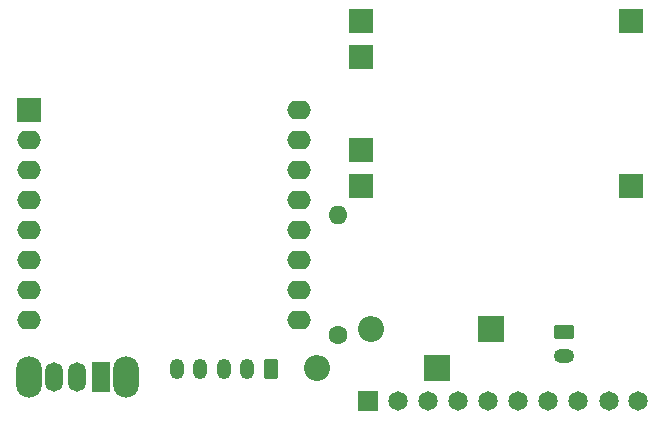
<source format=gts>
%TF.GenerationSoftware,KiCad,Pcbnew,(6.0.2)*%
%TF.CreationDate,2022-02-27T07:15:14-05:00*%
%TF.ProjectId,breakout_slime,62726561-6b6f-4757-945f-736c696d652e,0.1*%
%TF.SameCoordinates,Original*%
%TF.FileFunction,Soldermask,Top*%
%TF.FilePolarity,Negative*%
%FSLAX46Y46*%
G04 Gerber Fmt 4.6, Leading zero omitted, Abs format (unit mm)*
G04 Created by KiCad (PCBNEW (6.0.2)) date 2022-02-27 07:15:14*
%MOMM*%
%LPD*%
G01*
G04 APERTURE LIST*
G04 Aperture macros list*
%AMRoundRect*
0 Rectangle with rounded corners*
0 $1 Rounding radius*
0 $2 $3 $4 $5 $6 $7 $8 $9 X,Y pos of 4 corners*
0 Add a 4 corners polygon primitive as box body*
4,1,4,$2,$3,$4,$5,$6,$7,$8,$9,$2,$3,0*
0 Add four circle primitives for the rounded corners*
1,1,$1+$1,$2,$3*
1,1,$1+$1,$4,$5*
1,1,$1+$1,$6,$7*
1,1,$1+$1,$8,$9*
0 Add four rect primitives between the rounded corners*
20,1,$1+$1,$2,$3,$4,$5,0*
20,1,$1+$1,$4,$5,$6,$7,0*
20,1,$1+$1,$6,$7,$8,$9,0*
20,1,$1+$1,$8,$9,$2,$3,0*%
G04 Aperture macros list end*
%ADD10C,1.600000*%
%ADD11O,1.600000X1.600000*%
%ADD12C,1.651000*%
%ADD13R,1.651000X1.651000*%
%ADD14R,2.000000X2.000000*%
%ADD15O,2.000000X1.600000*%
%ADD16R,2.200000X2.200000*%
%ADD17O,2.200000X2.200000*%
%ADD18RoundRect,0.250000X0.350000X0.625000X-0.350000X0.625000X-0.350000X-0.625000X0.350000X-0.625000X0*%
%ADD19O,1.200000X1.750000*%
%ADD20O,2.200000X3.500000*%
%ADD21R,1.500000X2.500000*%
%ADD22O,1.500000X2.500000*%
%ADD23RoundRect,0.250000X-0.625000X0.350000X-0.625000X-0.350000X0.625000X-0.350000X0.625000X0.350000X0*%
%ADD24O,1.750000X1.200000*%
G04 APERTURE END LIST*
D10*
%TO.C,R1*%
X76816520Y-57258520D03*
D11*
X76816520Y-47098520D03*
%TD*%
D12*
%TO.C,U3*%
X89506048Y-62860980D03*
X102206048Y-62860980D03*
X92046048Y-62860980D03*
X99793048Y-62860980D03*
D13*
X79346048Y-62860980D03*
D12*
X81886048Y-62860980D03*
X84426048Y-62860980D03*
X86966048Y-62860980D03*
X94586048Y-62860980D03*
X97126048Y-62860980D03*
%TD*%
D14*
%TO.C,U2*%
X50631520Y-38208520D03*
D15*
X50631520Y-40748520D03*
X50631520Y-43288520D03*
X50631520Y-45828520D03*
X50631520Y-48368520D03*
X50631520Y-50908520D03*
X50631520Y-53448520D03*
X50631520Y-55988520D03*
X73491520Y-55988520D03*
X73491520Y-53448520D03*
X73491520Y-50908520D03*
X73491520Y-48368520D03*
X73491520Y-45828520D03*
X73491520Y-43288520D03*
X73491520Y-40748520D03*
X73491520Y-38208520D03*
%TD*%
D14*
%TO.C,U1*%
X101641026Y-44670590D03*
X101641026Y-30700590D03*
X78781026Y-30700590D03*
X78781026Y-33748590D03*
X78781026Y-41622590D03*
X78781026Y-44670590D03*
%TD*%
D16*
%TO.C,D2*%
X89770520Y-56750520D03*
D17*
X79610520Y-56750520D03*
%TD*%
D18*
%TO.C,J1*%
X71164520Y-60142520D03*
D19*
X69164520Y-60142520D03*
X67164520Y-60142520D03*
X65164520Y-60142520D03*
X63164520Y-60142520D03*
%TD*%
D16*
%TO.C,D1*%
X85198520Y-60052520D03*
D17*
X75038520Y-60052520D03*
%TD*%
D20*
%TO.C,SW1*%
X58850520Y-60814520D03*
X50650520Y-60814520D03*
D21*
X56750520Y-60814520D03*
D22*
X54750520Y-60814520D03*
X52750520Y-60814520D03*
%TD*%
D23*
%TO.C,BT1*%
X95956520Y-57020520D03*
D24*
X95956520Y-59020520D03*
%TD*%
M02*

</source>
